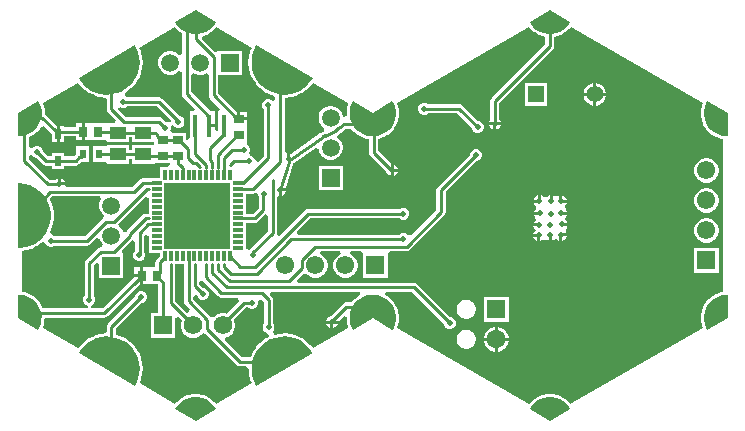
<source format=gbr>
G04*
G04 #@! TF.GenerationSoftware,Altium Limited,Altium Designer,25.8.1 (18)*
G04*
G04 Layer_Physical_Order=2*
G04 Layer_Color=16711680*
%FSLAX25Y25*%
%MOIN*%
G70*
G04*
G04 #@! TF.SameCoordinates,4BE62294-00A5-47EF-9B78-CB70749D35C4*
G04*
G04*
G04 #@! TF.FilePolarity,Positive*
G04*
G01*
G75*
%ADD13C,0.01000*%
G04:AMPARAMS|DCode=29|XSize=39.37mil|YSize=39.37mil|CornerRadius=19.68mil|HoleSize=0mil|Usage=FLASHONLY|Rotation=150.000|XOffset=0mil|YOffset=0mil|HoleType=Round|Shape=RoundedRectangle|*
%AMROUNDEDRECTD29*
21,1,0.03937,0.00000,0,0,150.0*
21,1,0.00000,0.03937,0,0,150.0*
1,1,0.03937,0.00000,0.00000*
1,1,0.03937,0.00000,0.00000*
1,1,0.03937,0.00000,0.00000*
1,1,0.03937,0.00000,0.00000*
%
%ADD29ROUNDEDRECTD29*%
G04:AMPARAMS|DCode=30|XSize=39.37mil|YSize=39.37mil|CornerRadius=19.68mil|HoleSize=0mil|Usage=FLASHONLY|Rotation=90.000|XOffset=0mil|YOffset=0mil|HoleType=Round|Shape=RoundedRectangle|*
%AMROUNDEDRECTD30*
21,1,0.03937,0.00000,0,0,90.0*
21,1,0.00000,0.03937,0,0,90.0*
1,1,0.03937,0.00000,0.00000*
1,1,0.03937,0.00000,0.00000*
1,1,0.03937,0.00000,0.00000*
1,1,0.03937,0.00000,0.00000*
%
%ADD30ROUNDEDRECTD30*%
G04:AMPARAMS|DCode=31|XSize=39.37mil|YSize=39.37mil|CornerRadius=19.68mil|HoleSize=0mil|Usage=FLASHONLY|Rotation=210.000|XOffset=0mil|YOffset=0mil|HoleType=Round|Shape=RoundedRectangle|*
%AMROUNDEDRECTD31*
21,1,0.03937,0.00000,0,0,210.0*
21,1,0.00000,0.03937,0,0,210.0*
1,1,0.03937,0.00000,0.00000*
1,1,0.03937,0.00000,0.00000*
1,1,0.03937,0.00000,0.00000*
1,1,0.03937,0.00000,0.00000*
%
%ADD31ROUNDEDRECTD31*%
%ADD40R,0.05984X0.05984*%
%ADD41C,0.05984*%
%ADD47R,0.05984X0.05984*%
%ADD48C,0.06181*%
%ADD49R,0.06181X0.06181*%
%ADD55C,0.06102*%
%ADD56R,0.06102X0.06102*%
%ADD57R,0.06102X0.06102*%
%ADD58C,0.05512*%
%ADD59R,0.05512X0.05512*%
%ADD60C,0.06299*%
%ADD61R,0.06299X0.06299*%
%ADD62C,0.01968*%
%ADD63R,0.01575X0.07480*%
%ADD64R,0.03504X0.02520*%
%ADD65R,0.03150X0.03740*%
%ADD66R,0.01968X0.03543*%
%ADD67R,0.22441X0.22441*%
%ADD68R,0.01181X0.03347*%
%ADD69R,0.03347X0.01181*%
%ADD70R,0.02362X0.03150*%
%ADD71R,0.05500X0.04300*%
G36*
X64870Y64496D02*
X64540Y63891D01*
X63676Y62818D01*
X62635Y61916D01*
X61451Y61214D01*
X60160Y60733D01*
X58804Y60490D01*
X57427Y60491D01*
X56072Y60738D01*
X54782Y61222D01*
X53599Y61927D01*
X52560Y62831D01*
X51699Y63906D01*
X51371Y64512D01*
X51371Y64512D01*
X58115Y68406D01*
X64870Y64496D01*
D02*
G37*
G36*
X-53240D02*
X-53570Y63891D01*
X-54434Y62818D01*
X-55475Y61916D01*
X-56659Y61214D01*
X-57950Y60733D01*
X-59306Y60490D01*
X-60683Y60491D01*
X-62038Y60738D01*
X-63328Y61222D01*
X-64511Y61927D01*
X-65550Y62831D01*
X-66411Y63906D01*
X-66739Y64512D01*
X-66739Y64512D01*
X-59995Y68406D01*
X-53240Y64496D01*
D02*
G37*
G36*
X-66346Y62194D02*
X-66275Y62135D01*
X-66219Y62062D01*
X-65181Y61158D01*
X-65101Y61112D01*
X-65033Y61051D01*
X-64514Y60742D01*
Y53903D01*
X-64614Y53830D01*
X-65514Y53556D01*
X-66041Y54083D01*
X-66952Y54609D01*
X-67967Y54880D01*
X-69018D01*
X-70033Y54609D01*
X-70944Y54083D01*
X-71687Y53340D01*
X-72212Y52429D01*
X-72484Y51414D01*
Y50363D01*
X-72212Y49347D01*
X-71687Y48437D01*
X-70944Y47694D01*
X-70033Y47168D01*
X-69018Y46896D01*
X-67967D01*
X-66952Y47168D01*
X-66041Y47694D01*
X-65514Y48221D01*
X-64614Y47946D01*
X-64514Y47874D01*
Y40515D01*
X-64398Y39930D01*
X-64066Y39434D01*
X-60262Y35629D01*
X-60645Y34706D01*
X-61899D01*
Y25680D01*
X-62848Y25103D01*
X-63207Y25337D01*
Y27479D01*
X-67817D01*
X-68007Y27664D01*
X-68402Y28479D01*
X-68227Y28902D01*
Y29692D01*
X-67378Y30113D01*
X-66819Y29555D01*
X-66090Y29253D01*
X-65301D01*
X-64571Y29555D01*
X-64013Y30113D01*
X-63711Y30842D01*
Y31632D01*
X-64013Y32361D01*
X-64571Y32919D01*
X-65290Y33217D01*
X-71069Y38995D01*
X-71565Y39327D01*
X-72150Y39443D01*
X-82837D01*
X-82984Y39590D01*
X-83477Y39795D01*
X-83656Y40586D01*
X-83633Y40859D01*
X-82858Y41307D01*
X-82796Y41360D01*
X-82724Y41399D01*
X-81385Y42486D01*
X-81333Y42549D01*
X-81268Y42598D01*
X-80118Y43883D01*
X-80077Y43954D01*
X-80020Y44012D01*
X-79088Y45464D01*
X-79058Y45540D01*
X-79012Y45606D01*
X-78321Y47187D01*
X-78304Y47267D01*
X-78268Y47340D01*
X-77837Y49010D01*
X-77832Y49091D01*
X-77809Y49169D01*
X-77647Y50887D01*
X-77655Y50968D01*
X-77644Y51049D01*
X-77756Y52770D01*
X-77777Y52849D01*
X-77779Y52930D01*
X-78162Y54612D01*
X-78195Y54686D01*
X-78210Y54766D01*
X-78700Y55984D01*
X-66851Y62824D01*
X-66346Y62194D01*
D02*
G37*
G36*
X-21016Y45906D02*
X-21434Y45152D01*
X-22498Y43794D01*
X-23764Y42621D01*
X-25198Y41664D01*
X-26767Y40946D01*
X-28429Y40485D01*
X-30143Y40293D01*
X-31866Y40374D01*
X-33554Y40727D01*
X-35166Y41343D01*
X-36659Y42206D01*
X-37997Y43294D01*
X-39147Y44581D01*
X-40078Y46033D01*
X-40767Y47614D01*
X-41198Y49284D01*
X-41359Y51001D01*
X-41246Y52723D01*
X-40863Y54404D01*
X-40218Y56004D01*
X-39773Y56743D01*
X-39773D01*
X-21016Y45906D01*
D02*
G37*
G36*
X-79800Y55986D02*
X-79156Y54386D01*
X-78773Y52704D01*
X-78662Y50983D01*
X-78824Y49265D01*
X-79256Y47595D01*
X-79946Y46015D01*
X-80878Y44563D01*
X-82028Y43277D01*
X-83367Y42190D01*
X-84861Y41328D01*
X-86473Y40713D01*
X-88161Y40361D01*
X-89885Y40281D01*
X-91599Y40474D01*
X-93261Y40936D01*
X-94828Y41655D01*
X-96263Y42614D01*
X-97527Y43787D01*
X-98590Y45145D01*
X-99007Y45900D01*
X-99007Y45900D01*
X-80244Y56725D01*
X-79800Y55986D01*
D02*
G37*
G36*
X-41321Y55995D02*
X-41808Y54786D01*
X-41824Y54705D01*
X-41857Y54631D01*
X-42241Y52949D01*
X-42243Y52868D01*
X-42264Y52789D01*
X-42377Y51068D01*
X-42366Y50987D01*
X-42374Y50906D01*
X-42213Y49189D01*
X-42190Y49111D01*
X-42185Y49029D01*
X-41755Y47359D01*
X-41719Y47286D01*
X-41702Y47206D01*
X-41012Y45625D01*
X-40966Y45558D01*
X-40936Y45482D01*
X-40005Y44030D01*
X-39948Y43971D01*
X-39907Y43901D01*
X-38758Y42615D01*
X-38693Y42566D01*
X-38641Y42503D01*
X-37303Y41415D01*
X-37231Y41377D01*
X-37169Y41323D01*
X-35676Y40460D01*
X-35599Y40434D01*
X-35530Y40390D01*
X-33918Y39775D01*
X-33838Y39761D01*
X-33763Y39729D01*
X-33379Y39649D01*
Y38492D01*
X-34379Y38145D01*
X-34692Y38458D01*
X-35422Y38760D01*
X-36211D01*
X-36941Y38458D01*
X-37499Y37900D01*
X-37801Y37171D01*
Y36381D01*
X-37499Y35652D01*
X-37346Y35499D01*
Y19904D01*
X-39279Y17971D01*
X-40279Y18385D01*
Y18471D01*
X-40581Y19200D01*
X-41139Y19759D01*
X-41712Y19996D01*
X-41961Y20331D01*
X-42209Y21061D01*
X-42012Y21537D01*
Y22326D01*
X-42314Y23055D01*
X-42757Y23498D01*
X-42894Y24442D01*
X-42894Y24442D01*
Y28962D01*
X-42894D01*
Y29954D01*
X-42894D01*
Y31714D01*
X-45646D01*
Y32214D01*
X-46146D01*
Y34473D01*
X-46235D01*
X-52471Y40709D01*
Y46896D01*
X-44500D01*
Y54880D01*
X-52485D01*
Y54811D01*
X-53484Y54396D01*
X-57797Y58709D01*
X-57784Y59216D01*
X-57490Y59816D01*
X-56303Y60258D01*
X-56226Y60307D01*
X-56139Y60337D01*
X-54954Y61040D01*
X-54886Y61101D01*
X-54807Y61146D01*
X-53766Y62048D01*
X-53710Y62120D01*
X-53640Y62179D01*
X-53129Y62813D01*
X-41321Y55995D01*
D02*
G37*
G36*
X-68133Y31734D02*
X-68168Y31475D01*
X-68583Y31251D01*
X-69237Y31041D01*
X-69816Y31281D01*
X-70000D01*
X-71100Y32381D01*
X-71596Y32713D01*
X-72181Y32829D01*
X-83327D01*
X-85994Y35497D01*
X-85977Y35557D01*
X-85839Y35682D01*
X-84800Y36047D01*
X-84503Y35924D01*
X-83713D01*
X-82984Y36226D01*
X-82826Y36384D01*
X-72783D01*
X-68133Y31734D01*
D02*
G37*
G36*
X-9027Y37351D02*
X-9318Y36598D01*
X-9334Y36508D01*
X-9368Y36424D01*
X-9629Y35071D01*
X-9629Y34979D01*
X-9647Y34890D01*
X-9663Y33555D01*
X-9670Y33503D01*
X-9886Y33181D01*
X-9926Y33141D01*
X-10558Y32707D01*
X-10905Y32773D01*
X-10984Y33004D01*
Y33082D01*
X-11256Y34097D01*
X-11782Y35007D01*
X-12525Y35751D01*
X-13435Y36276D01*
X-14451Y36548D01*
X-15502D01*
X-16517Y36276D01*
X-17428Y35751D01*
X-18171Y35007D01*
X-18696Y34097D01*
X-18969Y33082D01*
Y32030D01*
X-18696Y31015D01*
X-18171Y30105D01*
X-17428Y29362D01*
X-17251Y29260D01*
X-17290Y28128D01*
X-17621Y27966D01*
X-17747Y27869D01*
X-18322Y27562D01*
X-18416Y27485D01*
X-18469Y27461D01*
X-28220Y20517D01*
X-28484Y20627D01*
Y18686D01*
X-29484D01*
Y20748D01*
X-30321Y21363D01*
Y38355D01*
X-30029Y39279D01*
X-28315Y39472D01*
X-28238Y39496D01*
X-28156Y39502D01*
X-26494Y39963D01*
X-26421Y40000D01*
X-26342Y40019D01*
X-24774Y40737D01*
X-24708Y40785D01*
X-24633Y40816D01*
X-23198Y41773D01*
X-23140Y41831D01*
X-23070Y41874D01*
X-21805Y43046D01*
X-21757Y43112D01*
X-21696Y43165D01*
X-20886Y44198D01*
X-9027Y37351D01*
D02*
G37*
G36*
X-98330Y43159D02*
X-98268Y43105D01*
X-98221Y43039D01*
X-96956Y41866D01*
X-96887Y41824D01*
X-96829Y41766D01*
X-95395Y40808D01*
X-95319Y40777D01*
X-95253Y40729D01*
X-93686Y40009D01*
X-93606Y39991D01*
X-93534Y39954D01*
X-91872Y39492D01*
X-91790Y39486D01*
X-91713Y39461D01*
X-89999Y39268D01*
X-89679Y38358D01*
Y35489D01*
X-89563Y34904D01*
X-89231Y34408D01*
X-86548Y31724D01*
X-86930Y30800D01*
X-89650D01*
Y30800D01*
X-89865Y30870D01*
X-89865Y30870D01*
X-90621Y30870D01*
X-96861D01*
Y28000D01*
Y25130D01*
X-89865D01*
X-89650Y24500D01*
X-82150D01*
Y26121D01*
X-81150D01*
Y24500D01*
X-73711D01*
Y23500D01*
X-81150D01*
Y21879D01*
X-82150D01*
Y23500D01*
X-89650D01*
Y23500D01*
X-89963Y23075D01*
X-94325D01*
Y17925D01*
X-89963D01*
X-89650Y17200D01*
X-82150D01*
Y18821D01*
X-81150D01*
Y17200D01*
X-73650D01*
Y17447D01*
X-68550D01*
X-68449Y17256D01*
X-69050Y16256D01*
X-71817D01*
Y12417D01*
X-75656D01*
Y12356D01*
X-77687D01*
X-78272Y12240D01*
X-78768Y11908D01*
X-81243Y9434D01*
X-102744D01*
X-103408Y10076D01*
X-105501D01*
Y10576D01*
X-106001D01*
Y12516D01*
X-106625Y12258D01*
X-106905Y11977D01*
X-108673D01*
X-115500Y18804D01*
Y19769D01*
X-114807Y20030D01*
X-114500Y20058D01*
X-114005Y19564D01*
X-113276Y19262D01*
X-113060D01*
X-110863Y17065D01*
X-110366Y16733D01*
X-109781Y16617D01*
X-107698D01*
Y15374D01*
X-103729D01*
Y16617D01*
X-100010D01*
X-99425Y16733D01*
X-98928Y17065D01*
X-98068Y17925D01*
X-95475D01*
Y23075D01*
X-99837D01*
Y20482D01*
X-100643Y19676D01*
X-103729D01*
Y20918D01*
X-107698D01*
Y19676D01*
X-109148D01*
X-110897Y21425D01*
Y21641D01*
X-111199Y22370D01*
X-111758Y22929D01*
X-112487Y23231D01*
X-113276D01*
X-114005Y22929D01*
X-114500Y22434D01*
X-114807Y22462D01*
X-115500Y22724D01*
Y26125D01*
X-115476Y26139D01*
X-115389Y26167D01*
X-114187Y26839D01*
X-114117Y26899D01*
X-114036Y26942D01*
X-112973Y27817D01*
X-112915Y27888D01*
X-112843Y27945D01*
X-111952Y28995D01*
X-111907Y29075D01*
X-111847Y29144D01*
X-111622Y29533D01*
X-110371Y29696D01*
X-108066Y27391D01*
X-107698Y27145D01*
Y24430D01*
X-106213D01*
Y27201D01*
Y30002D01*
X-106352D01*
X-109951Y33601D01*
X-110327Y33853D01*
X-110339Y34890D01*
X-110358Y34979D01*
X-110358Y35071D01*
X-110619Y36423D01*
X-110653Y36508D01*
X-110669Y36598D01*
X-110962Y37357D01*
X-99134Y44186D01*
X-98330Y43159D01*
D02*
G37*
G36*
X-60033Y47168D02*
X-59018Y46896D01*
X-57967D01*
X-56951Y47168D01*
X-56530Y47412D01*
X-55530Y46843D01*
Y40076D01*
X-55413Y39490D01*
X-55082Y38994D01*
X-51717Y35629D01*
X-52100Y34706D01*
X-52451D01*
Y28152D01*
X-52600Y28053D01*
X-53600Y28587D01*
Y29465D01*
X-55388D01*
Y30465D01*
X-53600D01*
Y34706D01*
X-55012D01*
X-61455Y41148D01*
Y46843D01*
X-60455Y47412D01*
X-60033Y47168D01*
D02*
G37*
G36*
X-945Y34321D02*
X5621Y38103D01*
X5980Y37515D01*
X6477Y36230D01*
X6738Y34878D01*
X6754Y33501D01*
X6525Y32142D01*
X6058Y30847D01*
X5368Y29655D01*
X4477Y28604D01*
X3413Y27729D01*
X2211Y27057D01*
X908Y26610D01*
X-454Y26401D01*
X-945Y26414D01*
X-1436Y26401D01*
X-2798Y26610D01*
X-4101Y27057D01*
X-5303Y27729D01*
X-6367Y28604D01*
X-7258Y29655D01*
X-7948Y30847D01*
X-8415Y32142D01*
X-8644Y33501D01*
X-8628Y34878D01*
X-8367Y36230D01*
X-7870Y37515D01*
X-7511Y38103D01*
Y38103D01*
X-945Y34321D01*
D02*
G37*
G36*
X-112117Y37515D02*
X-111620Y36230D01*
X-111359Y34878D01*
X-111343Y33501D01*
X-111572Y32142D01*
X-112039Y30847D01*
X-112729Y29655D01*
X-113620Y28604D01*
X-114684Y27729D01*
X-115886Y27057D01*
X-117189Y26610D01*
X-118551Y26401D01*
X-119239Y26420D01*
X-119239Y26420D01*
Y34208D01*
X-112476Y38103D01*
X-112117Y37515D01*
D02*
G37*
G36*
X117367Y34199D02*
X117359Y26394D01*
X116670Y26377D01*
X115309Y26589D01*
X114008Y27040D01*
X112807Y27714D01*
X111745Y28592D01*
X110856Y29644D01*
X110169Y30838D01*
X109705Y32135D01*
X109479Y33493D01*
X109498Y34871D01*
X109762Y36222D01*
X110262Y37506D01*
X110623Y38093D01*
X110623D01*
X117367Y34199D01*
D02*
G37*
G36*
X51765Y62194D02*
X51835Y62135D01*
X51891Y62062D01*
X52929Y61158D01*
X53009Y61112D01*
X53077Y61051D01*
X54260Y60346D01*
X54346Y60315D01*
X54424Y60267D01*
X55714Y59783D01*
X55804Y59768D01*
X55889Y59735D01*
X56581Y59609D01*
Y57105D01*
X38683Y39208D01*
X38351Y38711D01*
X38235Y38126D01*
Y31931D01*
X38082Y31778D01*
X37824Y31154D01*
X41705D01*
X41446Y31778D01*
X41293Y31931D01*
Y37493D01*
X59191Y55391D01*
X59523Y55887D01*
X59639Y56472D01*
Y59604D01*
X60340Y59730D01*
X60425Y59763D01*
X60516Y59778D01*
X61807Y60258D01*
X61884Y60307D01*
X61971Y60337D01*
X63156Y61040D01*
X63224Y61101D01*
X63303Y61146D01*
X64344Y62048D01*
X64400Y62120D01*
X64470Y62179D01*
X64981Y62813D01*
X109103Y37339D01*
X108812Y36593D01*
X108796Y36503D01*
X108762Y36418D01*
X108498Y35066D01*
X108498Y34974D01*
X108479Y34885D01*
X108460Y33508D01*
X108476Y33418D01*
X108473Y33326D01*
X108699Y31967D01*
X108732Y31882D01*
X108745Y31791D01*
X109209Y30494D01*
X109256Y30416D01*
X109286Y30329D01*
X109973Y29135D01*
X110033Y29067D01*
X110078Y28986D01*
X110966Y27934D01*
X111038Y27877D01*
X111095Y27806D01*
X112157Y26928D01*
X112238Y26885D01*
X112307Y26825D01*
X113508Y26151D01*
X113595Y26122D01*
X113674Y26076D01*
X114976Y25626D01*
X115067Y25613D01*
X115153Y25582D01*
X115945Y25458D01*
Y-25482D01*
X115158Y-25602D01*
X115072Y-25633D01*
X114981Y-25646D01*
X113678Y-26093D01*
X113599Y-26139D01*
X113512Y-26167D01*
X112310Y-26839D01*
X112240Y-26899D01*
X112159Y-26942D01*
X111096Y-27817D01*
X111038Y-27888D01*
X110966Y-27945D01*
X110075Y-28995D01*
X110030Y-29075D01*
X109970Y-29144D01*
X109280Y-30336D01*
X109250Y-30423D01*
X109203Y-30501D01*
X108736Y-31797D01*
X108722Y-31887D01*
X108690Y-31973D01*
X108461Y-33331D01*
X108463Y-33423D01*
X108447Y-33512D01*
X108463Y-34890D01*
X108481Y-34979D01*
X108481Y-35071D01*
X108742Y-36424D01*
X108776Y-36508D01*
X108792Y-36598D01*
X109083Y-37351D01*
X64961Y-62824D01*
X64455Y-62194D01*
X64385Y-62135D01*
X64329Y-62062D01*
X63291Y-61158D01*
X63211Y-61112D01*
X63143Y-61051D01*
X61960Y-60346D01*
X61874Y-60315D01*
X61796Y-60267D01*
X60506Y-59783D01*
X60416Y-59768D01*
X60331Y-59735D01*
X58976Y-59488D01*
X58884Y-59490D01*
X58794Y-59472D01*
X57417Y-59470D01*
X57327Y-59488D01*
X57235Y-59486D01*
X55880Y-59730D01*
X55795Y-59763D01*
X55704Y-59778D01*
X54413Y-60258D01*
X54335Y-60307D01*
X54249Y-60337D01*
X53064Y-61040D01*
X52996Y-61101D01*
X52917Y-61146D01*
X51876Y-62048D01*
X51820Y-62120D01*
X51749Y-62179D01*
X51239Y-62813D01*
X7137Y-37351D01*
X7428Y-36598D01*
X7444Y-36508D01*
X7478Y-36424D01*
X7739Y-35071D01*
X7739Y-34979D01*
X7757Y-34890D01*
X7773Y-33512D01*
X7757Y-33423D01*
X7759Y-33331D01*
X7530Y-31973D01*
X7498Y-31887D01*
X7484Y-31797D01*
X7017Y-30501D01*
X6970Y-30423D01*
X6940Y-30336D01*
X6250Y-29144D01*
X6190Y-29075D01*
X6145Y-28995D01*
X5254Y-27945D01*
X5182Y-27888D01*
X5124Y-27817D01*
X4061Y-26942D01*
X3980Y-26899D01*
X3910Y-26839D01*
X3191Y-26437D01*
X3451Y-25437D01*
X12065D01*
X22746Y-36118D01*
Y-36334D01*
X23048Y-37063D01*
X23607Y-37622D01*
X24336Y-37924D01*
X25125D01*
X25855Y-37622D01*
X26413Y-37063D01*
X26715Y-36334D01*
Y-35545D01*
X26413Y-34815D01*
X25855Y-34257D01*
X25125Y-33955D01*
X24909D01*
X13780Y-22826D01*
X13284Y-22495D01*
X12699Y-22378D01*
X-25863D01*
X-26246Y-21454D01*
X-24176Y-19384D01*
X-22896Y-19518D01*
X-22525Y-19889D01*
X-21601Y-20422D01*
X-20571Y-20698D01*
X-19504D01*
X-18474Y-20422D01*
X-17550Y-19889D01*
X-16796Y-19134D01*
X-16263Y-18211D01*
X-15987Y-17180D01*
Y-16114D01*
X-16263Y-15083D01*
X-16796Y-14160D01*
X-17550Y-13405D01*
X-18474Y-12872D01*
X-18291Y-11886D01*
X-11785D01*
X-11602Y-12872D01*
X-12525Y-13405D01*
X-13280Y-14160D01*
X-13813Y-15083D01*
X-14089Y-16114D01*
Y-17180D01*
X-13813Y-18211D01*
X-13280Y-19134D01*
X-12525Y-19889D01*
X-11602Y-20422D01*
X-10571Y-20698D01*
X-9504D01*
X-8474Y-20422D01*
X-7550Y-19889D01*
X-6796Y-19134D01*
X-6263Y-18211D01*
X-5987Y-17180D01*
Y-16114D01*
X-6263Y-15083D01*
X-6796Y-14160D01*
X-7550Y-13405D01*
X-8474Y-12872D01*
X-8291Y-11886D01*
X-4789D01*
X-4089Y-12596D01*
X-4089Y-12886D01*
Y-20698D01*
X4013D01*
Y-12886D01*
X4013Y-12596D01*
X4713Y-11886D01*
X10310D01*
X10896Y-11769D01*
X11392Y-11438D01*
X22872Y43D01*
X23204Y539D01*
X23320Y1124D01*
Y7844D01*
X33635Y18159D01*
X33851D01*
X34581Y18461D01*
X35139Y19019D01*
X35441Y19748D01*
Y20538D01*
X35139Y21267D01*
X34581Y21825D01*
X33851Y22127D01*
X33062D01*
X32333Y21825D01*
X31775Y21267D01*
X31472Y20538D01*
Y20322D01*
X20709Y9559D01*
X20378Y9063D01*
X20261Y8477D01*
Y1758D01*
X11903Y-6601D01*
X10762Y-6547D01*
X10405Y-6190D01*
X9676Y-5888D01*
X8887D01*
X8157Y-6190D01*
X8005Y-6343D01*
X-25888D01*
X-26270Y-5419D01*
X-21751Y-900D01*
X8005D01*
X8157Y-1052D01*
X8887Y-1354D01*
X9676D01*
X10405Y-1052D01*
X10964Y-494D01*
X11266Y235D01*
Y1025D01*
X10964Y1754D01*
X10405Y2312D01*
X9676Y2614D01*
X8887D01*
X8157Y2312D01*
X8005Y2159D01*
X-22385D01*
X-22970Y2043D01*
X-23466Y1711D01*
X-32131Y-6954D01*
X-32908Y-6317D01*
X-32891Y-6292D01*
X-32775Y-5706D01*
Y6160D01*
X-32320Y6464D01*
Y8519D01*
X-31820D01*
Y9019D01*
X-29880D01*
X-29989Y9284D01*
X-27562Y17279D01*
X-27426Y17369D01*
X-27268Y17440D01*
X-19969Y22638D01*
X-18969Y22123D01*
Y22030D01*
X-18696Y21015D01*
X-18171Y20105D01*
X-17428Y19362D01*
X-16517Y18836D01*
X-15502Y18564D01*
X-14451D01*
X-13435Y18836D01*
X-12525Y19362D01*
X-11782Y20105D01*
X-11256Y21015D01*
X-10984Y22030D01*
Y23082D01*
X-11256Y24097D01*
X-11782Y25007D01*
X-12525Y25751D01*
X-12702Y25853D01*
X-12663Y26985D01*
X-12332Y27146D01*
X-12205Y27243D01*
X-11631Y27550D01*
X-10726Y28293D01*
X-10720Y28296D01*
X-10026Y28991D01*
X-8032D01*
X-7144Y27945D01*
X-7073Y27888D01*
X-7014Y27817D01*
X-5951Y26942D01*
X-5870Y26899D01*
X-5800Y26839D01*
X-4598Y26167D01*
X-4511Y26139D01*
X-4432Y26093D01*
X-3129Y25646D01*
X-3038Y25633D01*
X-2952Y25602D01*
X-2190Y25485D01*
Y20991D01*
X-2074Y20406D01*
X-1742Y19910D01*
X3493Y14674D01*
Y14644D01*
X3795Y13914D01*
X4354Y13356D01*
X4978Y13098D01*
Y15038D01*
Y17516D01*
X868Y21625D01*
Y25572D01*
X1062Y25602D01*
X1148Y25633D01*
X1239Y25646D01*
X2542Y26093D01*
X2621Y26139D01*
X2708Y26167D01*
X3910Y26839D01*
X3980Y26899D01*
X4061Y26942D01*
X5124Y27817D01*
X5182Y27888D01*
X5254Y27945D01*
X6145Y28995D01*
X6190Y29075D01*
X6250Y29144D01*
X6940Y30336D01*
X6970Y30422D01*
X7017Y30501D01*
X7484Y31797D01*
X7498Y31887D01*
X7530Y31973D01*
X7759Y33331D01*
X7757Y33422D01*
X7773Y33512D01*
X7757Y34890D01*
X7739Y34979D01*
X7739Y35071D01*
X7478Y36423D01*
X7444Y36508D01*
X7428Y36598D01*
X7137Y37351D01*
X51259Y62824D01*
X51765Y62194D01*
D02*
G37*
G36*
X-39447Y7471D02*
X-39050Y7187D01*
Y6929D01*
X-38894Y6555D01*
Y2623D01*
X-40973Y545D01*
X-43144D01*
Y3331D01*
Y7329D01*
X-40955D01*
X-40370Y7445D01*
X-40050Y7659D01*
X-39447Y7471D01*
D02*
G37*
G36*
X-75656Y5868D02*
Y5299D01*
Y577D01*
X-76655D01*
X-77240Y460D01*
X-77736Y129D01*
X-82988Y-5123D01*
X-83235Y-5493D01*
X-83742Y-5529D01*
X-84292Y-5412D01*
X-84352Y-5185D01*
X-84878Y-4275D01*
X-85621Y-3532D01*
X-85707Y-2877D01*
X-76580Y6251D01*
X-75656Y5868D01*
D02*
G37*
G36*
X-91469Y5375D02*
X-91793Y4815D01*
X-92065Y3799D01*
Y2748D01*
X-91793Y1733D01*
X-91267Y823D01*
X-90622Y178D01*
X-90581Y-217D01*
X-90725Y-959D01*
X-91015Y-1153D01*
X-96830Y-6968D01*
X-106910D01*
X-107062Y-6815D01*
X-107792Y-6513D01*
X-107966D01*
X-108575Y-5513D01*
X-108148Y-4687D01*
X-108125Y-4609D01*
X-108085Y-4538D01*
X-107546Y-2900D01*
X-107536Y-2819D01*
X-107508Y-2743D01*
X-107234Y-1039D01*
X-107237Y-958D01*
X-107221Y-878D01*
X-107221Y847D01*
X-107237Y927D01*
X-107234Y1008D01*
X-107506Y2711D01*
X-107534Y2788D01*
X-107544Y2869D01*
X-108082Y4507D01*
X-108123Y4578D01*
X-108145Y4657D01*
X-108613Y5563D01*
X-107801Y6375D01*
X-91937D01*
X-91469Y5375D01*
D02*
G37*
G36*
X-91919Y-7797D02*
X-91793Y-8267D01*
X-91267Y-9177D01*
X-90809Y-9635D01*
X-91213Y-10635D01*
X-91616D01*
X-92202Y-10752D01*
X-92698Y-11083D01*
X-96461Y-14846D01*
X-96793Y-15342D01*
X-96909Y-15928D01*
Y-26747D01*
X-97062Y-26900D01*
X-97364Y-27630D01*
Y-28419D01*
X-97062Y-29148D01*
X-96504Y-29706D01*
X-95774Y-30008D01*
X-95817Y-30991D01*
X-110909D01*
X-111086Y-30494D01*
X-111133Y-30416D01*
X-111163Y-30329D01*
X-111850Y-29135D01*
X-111910Y-29067D01*
X-111954Y-28986D01*
X-112843Y-27934D01*
X-112915Y-27877D01*
X-112972Y-27806D01*
X-114034Y-26928D01*
X-114115Y-26885D01*
X-114184Y-26825D01*
X-115385Y-26151D01*
X-115472Y-26122D01*
X-115551Y-26076D01*
X-116853Y-25626D01*
X-116944Y-25613D01*
X-117030Y-25582D01*
X-117834Y-25456D01*
Y-11807D01*
X-116561Y-11627D01*
X-116484Y-11600D01*
X-116403Y-11592D01*
X-114754Y-11083D01*
X-114683Y-11044D01*
X-114604Y-11023D01*
X-113057Y-10260D01*
X-112993Y-10211D01*
X-112918Y-10177D01*
X-111511Y-9179D01*
X-111455Y-9120D01*
X-111387Y-9075D01*
X-111171Y-8863D01*
X-110867Y-8872D01*
X-110056Y-9170D01*
X-109869Y-9622D01*
X-109310Y-10180D01*
X-108581Y-10482D01*
X-107792D01*
X-107062Y-10180D01*
X-106910Y-10027D01*
X-96197D01*
X-95612Y-9911D01*
X-95115Y-9579D01*
X-93028Y-7492D01*
X-91919Y-7797D01*
D02*
G37*
G36*
X-116697Y10592D02*
X-115049Y10082D01*
X-113502Y9318D01*
X-112096Y8319D01*
X-110866Y7111D01*
X-109842Y5722D01*
X-109051Y4189D01*
X-108513Y2550D01*
X-108240Y847D01*
X-108241Y-878D01*
X-108514Y-2581D01*
X-109054Y-4219D01*
X-109846Y-5752D01*
X-110870Y-7140D01*
X-112101Y-8348D01*
X-113508Y-9346D01*
X-115055Y-10109D01*
X-116703Y-10617D01*
X-118411Y-10859D01*
X-119274Y-10843D01*
Y-10843D01*
X-119267Y10819D01*
X-118405Y10835D01*
X-116697Y10592D01*
D02*
G37*
G36*
X-35834Y-56D02*
Y-5073D01*
X-42144Y-11383D01*
X-42577Y-11328D01*
X-42800Y-11232D01*
X-43144Y-11001D01*
Y-6512D01*
Y-2514D01*
X-40339D01*
X-39754Y-2397D01*
X-39258Y-2066D01*
X-36834Y358D01*
X-35834Y-56D01*
D02*
G37*
G36*
X-75656Y-6821D02*
Y-8480D01*
Y-12417D01*
X-71817D01*
Y-13426D01*
X-71981Y-13536D01*
X-72946Y-14501D01*
X-73277Y-14997D01*
X-73394Y-15582D01*
Y-17130D01*
X-77361D01*
Y-20000D01*
Y-22870D01*
X-72527D01*
X-72387Y-23010D01*
Y-32525D01*
X-74948D01*
Y-40706D01*
X-66767D01*
Y-34176D01*
X-65843Y-33793D01*
X-64644Y-34992D01*
X-64669Y-35037D01*
X-64948Y-36077D01*
Y-37154D01*
X-64669Y-38194D01*
X-64131Y-39127D01*
X-63369Y-39889D01*
X-62436Y-40427D01*
X-61396Y-40706D01*
X-60319D01*
X-59279Y-40427D01*
X-58346Y-39889D01*
X-57584Y-39127D01*
X-56639Y-39489D01*
X-46267Y-49861D01*
X-45770Y-50193D01*
X-45185Y-50309D01*
X-43032D01*
X-42356Y-51049D01*
X-42244Y-52770D01*
X-42223Y-52849D01*
X-42221Y-52930D01*
X-41838Y-54612D01*
X-41805Y-54686D01*
X-41790Y-54766D01*
X-41300Y-55984D01*
X-53149Y-62824D01*
X-53654Y-62194D01*
X-53725Y-62135D01*
X-53781Y-62062D01*
X-54819Y-61158D01*
X-54899Y-61112D01*
X-54967Y-61051D01*
X-56150Y-60346D01*
X-56236Y-60315D01*
X-56314Y-60267D01*
X-57604Y-59783D01*
X-57694Y-59768D01*
X-57779Y-59735D01*
X-59134Y-59488D01*
X-59226Y-59490D01*
X-59316Y-59472D01*
X-60693Y-59470D01*
X-60783Y-59488D01*
X-60874Y-59486D01*
X-62230Y-59730D01*
X-62315Y-59763D01*
X-62406Y-59778D01*
X-63697Y-60258D01*
X-63775Y-60307D01*
X-63861Y-60337D01*
X-65046Y-61040D01*
X-65114Y-61101D01*
X-65193Y-61146D01*
X-66234Y-62048D01*
X-66290Y-62120D01*
X-66361Y-62179D01*
X-66871Y-62813D01*
X-78679Y-55995D01*
X-78192Y-54786D01*
X-78176Y-54706D01*
X-78143Y-54631D01*
X-77759Y-52949D01*
X-77757Y-52868D01*
X-77736Y-52789D01*
X-77623Y-51068D01*
X-77634Y-50987D01*
X-77626Y-50906D01*
X-77787Y-49189D01*
X-77810Y-49111D01*
X-77815Y-49029D01*
X-78245Y-47359D01*
X-78281Y-47286D01*
X-78298Y-47206D01*
X-78988Y-45625D01*
X-79034Y-45558D01*
X-79064Y-45482D01*
X-79995Y-44030D01*
X-80052Y-43971D01*
X-80093Y-43901D01*
X-81242Y-42615D01*
X-81307Y-42566D01*
X-81359Y-42503D01*
X-82697Y-41415D01*
X-82769Y-41377D01*
X-82831Y-41323D01*
X-84324Y-40460D01*
X-84401Y-40434D01*
X-84470Y-40390D01*
X-86082Y-39775D01*
X-86162Y-39761D01*
X-86237Y-39729D01*
X-86621Y-39649D01*
Y-37726D01*
X-78046Y-29151D01*
X-77711D01*
X-76982Y-28849D01*
X-76424Y-28291D01*
X-76122Y-27562D01*
Y-26772D01*
X-76424Y-26043D01*
X-76982Y-25485D01*
X-77711Y-25183D01*
X-78501D01*
X-79230Y-25485D01*
X-79788Y-26043D01*
X-80090Y-26772D01*
Y-26870D01*
X-89231Y-36011D01*
X-89563Y-36507D01*
X-89679Y-37093D01*
Y-38355D01*
X-89971Y-39279D01*
X-91685Y-39472D01*
X-91763Y-39496D01*
X-91844Y-39502D01*
X-93506Y-39963D01*
X-93579Y-40000D01*
X-93658Y-40019D01*
X-95226Y-40737D01*
X-95292Y-40785D01*
X-95368Y-40816D01*
X-96802Y-41773D01*
X-96860Y-41831D01*
X-96930Y-41874D01*
X-98195Y-43046D01*
X-98243Y-43112D01*
X-98304Y-43165D01*
X-99114Y-44198D01*
X-110983Y-37345D01*
X-110689Y-36593D01*
X-110673Y-36503D01*
X-110638Y-36418D01*
X-110375Y-35066D01*
X-110375Y-35037D01*
X-110196Y-34049D01*
X-90381D01*
X-89795Y-33933D01*
X-89299Y-33601D01*
X-78568Y-22870D01*
X-78361D01*
Y-20500D01*
X-80524D01*
X-91014Y-30991D01*
X-94942D01*
X-94985Y-30008D01*
X-94256Y-29706D01*
X-93697Y-29148D01*
X-93395Y-28419D01*
Y-27630D01*
X-93697Y-26900D01*
X-93850Y-26747D01*
Y-16561D01*
X-92989Y-15699D01*
X-92065Y-16082D01*
Y-20718D01*
X-84080D01*
Y-12734D01*
X-84258D01*
X-84641Y-11810D01*
X-81147Y-8317D01*
X-80147Y-8731D01*
Y-11849D01*
X-80424Y-12126D01*
X-80726Y-12855D01*
Y-13645D01*
X-80424Y-14374D01*
X-79866Y-14932D01*
X-79136Y-15234D01*
X-78347D01*
X-77618Y-14932D01*
X-77060Y-14374D01*
X-76758Y-13645D01*
Y-12855D01*
X-77060Y-12126D01*
X-77088Y-12097D01*
Y-6667D01*
X-76656Y-6331D01*
X-75656Y-6821D01*
D02*
G37*
G36*
X908Y-26610D02*
X2211Y-27057D01*
X3413Y-27729D01*
X4477Y-28604D01*
X5368Y-29655D01*
X6058Y-30847D01*
X6525Y-32142D01*
X6754Y-33501D01*
X6738Y-34878D01*
X6477Y-36230D01*
X5980Y-37515D01*
X5621Y-38103D01*
X-945Y-34321D01*
X-7511Y-38103D01*
X-7870Y-37515D01*
X-8367Y-36230D01*
X-8628Y-34878D01*
X-8644Y-33501D01*
X-8415Y-32142D01*
X-7948Y-30847D01*
X-7258Y-29655D01*
X-6367Y-28604D01*
X-5303Y-27729D01*
X-4101Y-27057D01*
X-2798Y-26610D01*
X-1436Y-26401D01*
X-945Y-26414D01*
X-454Y-26401D01*
X908Y-26610D01*
D02*
G37*
G36*
X-57718Y-21733D02*
X-52463Y-26989D01*
X-51966Y-27321D01*
X-51381Y-27437D01*
X-45846D01*
X-45432Y-28437D01*
X-49689Y-32694D01*
X-50319Y-32525D01*
X-51396D01*
X-52437Y-32804D01*
X-53369Y-33342D01*
X-53908Y-33881D01*
X-54055Y-33920D01*
X-54784Y-33878D01*
X-55093Y-33771D01*
X-55186Y-33633D01*
X-60823Y-27995D01*
Y-27242D01*
X-59823Y-26495D01*
X-59567Y-26570D01*
X-59264Y-27299D01*
X-58706Y-27858D01*
X-57977Y-28160D01*
X-57188D01*
X-56458Y-27858D01*
X-55900Y-27299D01*
X-55598Y-26570D01*
Y-25781D01*
X-55900Y-25051D01*
X-56458Y-24493D01*
X-57188Y-24191D01*
X-57404D01*
X-58783Y-22812D01*
X-58688Y-21966D01*
X-57757Y-21676D01*
X-57718Y-21733D01*
D02*
G37*
G36*
X-37219Y-28771D02*
Y-35977D01*
X-37372Y-36130D01*
X-37674Y-36859D01*
Y-37648D01*
X-37372Y-38378D01*
X-36814Y-38936D01*
X-36152Y-39210D01*
X-36069Y-39266D01*
X-35546Y-40238D01*
X-35648Y-40445D01*
X-37143Y-41307D01*
X-37204Y-41360D01*
X-37276Y-41399D01*
X-38615Y-42486D01*
X-38667Y-42549D01*
X-38732Y-42598D01*
X-39882Y-43883D01*
X-39923Y-43954D01*
X-39980Y-44012D01*
X-40912Y-45464D01*
X-40942Y-45540D01*
X-40988Y-45606D01*
X-41679Y-47187D01*
X-41693Y-47251D01*
X-44552D01*
X-50141Y-41661D01*
X-49817Y-40571D01*
X-49279Y-40427D01*
X-48346Y-39889D01*
X-47584Y-39127D01*
X-47046Y-38194D01*
X-46767Y-37154D01*
Y-36077D01*
X-47046Y-35037D01*
X-47287Y-34618D01*
X-43247Y-30578D01*
X-42502D01*
X-42349Y-30731D01*
X-41620Y-31033D01*
X-40830D01*
X-40101Y-30731D01*
X-39543Y-30173D01*
X-39241Y-29443D01*
Y-28654D01*
X-38382Y-28113D01*
X-37931Y-28059D01*
X-37219Y-28771D01*
D02*
G37*
G36*
X-63882Y-28628D02*
X-63766Y-29214D01*
X-63434Y-29710D01*
X-61928Y-31216D01*
X-62230Y-32298D01*
X-62848Y-32462D01*
X-66729Y-28581D01*
Y-16256D01*
X-63882D01*
Y-28628D01*
D02*
G37*
G36*
X-117186Y-26589D02*
X-115885Y-27040D01*
X-114684Y-27714D01*
X-113622Y-28592D01*
X-112733Y-29644D01*
X-112046Y-30838D01*
X-111582Y-32135D01*
X-111356Y-33493D01*
X-111375Y-34871D01*
X-111639Y-36222D01*
X-112139Y-37506D01*
X-112499Y-38093D01*
Y-38093D01*
X-119244Y-34199D01*
X-119236Y-26394D01*
X-118547Y-26377D01*
X-117186Y-26589D01*
D02*
G37*
G36*
X117362Y-26420D02*
X117362D01*
Y-34208D01*
X110599Y-38103D01*
X110240Y-37515D01*
X109743Y-36230D01*
X109482Y-34878D01*
X109466Y-33501D01*
X109695Y-32142D01*
X110162Y-30847D01*
X110852Y-29655D01*
X111743Y-28604D01*
X112807Y-27729D01*
X114009Y-27057D01*
X115312Y-26610D01*
X116674Y-26401D01*
X117362Y-26420D01*
D02*
G37*
G36*
X5621Y-38103D02*
X5621D01*
D01*
X5621D01*
D02*
G37*
G36*
X-5081Y-26437D02*
X-5800Y-26839D01*
X-5870Y-26899D01*
X-5951Y-26942D01*
X-7014Y-27817D01*
X-7073Y-27888D01*
X-7144Y-27945D01*
X-8032Y-28991D01*
X-9803D01*
X-10388Y-29107D01*
X-10884Y-29439D01*
X-14966Y-33520D01*
X-14980D01*
X-15709Y-33823D01*
X-16267Y-34381D01*
X-16526Y-35005D01*
X-12124D01*
X-10663Y-33544D01*
X-9658Y-33953D01*
X-9647Y-34890D01*
X-9629Y-34979D01*
X-9629Y-35071D01*
X-9368Y-36424D01*
X-9334Y-36508D01*
X-9318Y-36598D01*
X-9027Y-37351D01*
X-20866Y-44186D01*
X-21670Y-43159D01*
X-21732Y-43105D01*
X-21779Y-43039D01*
X-23044Y-41866D01*
X-23113Y-41824D01*
X-23171Y-41766D01*
X-24605Y-40808D01*
X-24681Y-40777D01*
X-24747Y-40729D01*
X-26314Y-40009D01*
X-26394Y-39991D01*
X-26466Y-39954D01*
X-28128Y-39492D01*
X-28209Y-39486D01*
X-28287Y-39461D01*
X-30001Y-39268D01*
X-30082Y-39274D01*
X-30163Y-39262D01*
X-31886Y-39343D01*
X-31965Y-39362D01*
X-32047Y-39363D01*
X-33735Y-39715D01*
X-33951Y-39681D01*
X-34252Y-38622D01*
X-34008Y-38378D01*
X-33705Y-37648D01*
Y-36859D01*
X-34008Y-36130D01*
X-34160Y-35977D01*
Y-28137D01*
X-34277Y-27552D01*
X-34608Y-27056D01*
X-35303Y-26361D01*
X-34920Y-25437D01*
X-5341D01*
X-5081Y-26437D01*
D02*
G37*
G36*
X-28401Y-40474D02*
X-26739Y-40936D01*
X-25172Y-41655D01*
X-23737Y-42614D01*
X-22473Y-43787D01*
X-21410Y-45145D01*
X-20992Y-45900D01*
X-39756Y-56725D01*
X-40200Y-55986D01*
X-40844Y-54386D01*
X-41227Y-52704D01*
X-41338Y-50983D01*
X-41176Y-49265D01*
X-40745Y-47595D01*
X-40054Y-46015D01*
X-39122Y-44563D01*
X-37972Y-43277D01*
X-36633Y-42190D01*
X-35139Y-41328D01*
X-33527Y-40713D01*
X-31839Y-40361D01*
X-30116Y-40281D01*
X-28401Y-40474D01*
D02*
G37*
G36*
X-88134Y-40374D02*
X-86446Y-40727D01*
X-84834Y-41343D01*
X-83341Y-42206D01*
X-82003Y-43294D01*
X-80853Y-44581D01*
X-79922Y-46033D01*
X-79233Y-47614D01*
X-78802Y-49284D01*
X-78641Y-51001D01*
X-78754Y-52723D01*
X-79137Y-54404D01*
X-79782Y-56004D01*
X-80227Y-56743D01*
Y-56743D01*
X-98984Y-45906D01*
X-98566Y-45152D01*
X-97502Y-43794D01*
X-96236Y-42621D01*
X-94802Y-41664D01*
X-93233Y-40946D01*
X-91571Y-40485D01*
X-89857Y-40293D01*
X-88134Y-40374D01*
D02*
G37*
G36*
X58793Y-60492D02*
X60148Y-60738D01*
X61438Y-61222D01*
X62621Y-61927D01*
X63660Y-62831D01*
X64521Y-63906D01*
X64850Y-64512D01*
X64850D01*
X58105Y-68406D01*
X51350Y-64496D01*
X51680Y-63891D01*
X52544Y-62818D01*
X53584Y-61917D01*
X54769Y-61214D01*
X56060Y-60733D01*
X57416Y-60490D01*
X58793Y-60492D01*
D02*
G37*
G36*
X-59317D02*
X-57962Y-60738D01*
X-56672Y-61222D01*
X-55489Y-61927D01*
X-54450Y-62831D01*
X-53589Y-63906D01*
X-53260Y-64512D01*
X-53260D01*
X-60005Y-68406D01*
X-66760Y-64496D01*
X-66430Y-63891D01*
X-65566Y-62818D01*
X-64526Y-61917D01*
X-63341Y-61214D01*
X-62050Y-60733D01*
X-60694Y-60490D01*
X-59317Y-60492D01*
D02*
G37*
%LPC*%
G36*
X-42894Y34473D02*
X-45146D01*
Y32713D01*
X-42894D01*
Y34473D01*
D02*
G37*
G36*
X-97861Y30870D02*
X-99935D01*
Y29529D01*
X-103729D01*
Y29973D01*
X-105213D01*
Y27201D01*
Y24430D01*
X-103729D01*
Y26471D01*
X-99935D01*
Y25130D01*
X-97861D01*
Y28000D01*
Y30870D01*
D02*
G37*
G36*
X-105001Y12516D02*
Y11076D01*
X-103560D01*
X-103819Y11700D01*
X-104377Y12258D01*
X-105001Y12516D01*
D02*
G37*
G36*
X73618Y44152D02*
Y40897D01*
X76872D01*
X76618Y41847D01*
X76123Y42704D01*
X75424Y43403D01*
X74568Y43897D01*
X73618Y44152D01*
D02*
G37*
G36*
X72618D02*
X71668Y43897D01*
X70812Y43403D01*
X70112Y42704D01*
X69618Y41847D01*
X69363Y40897D01*
X72618D01*
Y44152D01*
D02*
G37*
G36*
X76872Y39897D02*
X73618D01*
Y36643D01*
X74568Y36897D01*
X75424Y37392D01*
X76123Y38091D01*
X76618Y38948D01*
X76872Y39897D01*
D02*
G37*
G36*
X72618D02*
X69363D01*
X69618Y38948D01*
X70112Y38091D01*
X70812Y37392D01*
X71668Y36897D01*
X72618Y36643D01*
Y39897D01*
D02*
G37*
G36*
X57189Y44153D02*
X49677D01*
Y36641D01*
X57189D01*
Y44153D01*
D02*
G37*
G36*
X41705Y30154D02*
X40264D01*
Y28713D01*
X40888Y28972D01*
X41446Y29530D01*
X41705Y30154D01*
D02*
G37*
G36*
X39264D02*
X37824D01*
X38082Y29530D01*
X38640Y28972D01*
X39264Y28713D01*
Y30154D01*
D02*
G37*
G36*
X16686Y37592D02*
X15897D01*
X15167Y37290D01*
X14609Y36731D01*
X14307Y36002D01*
Y35213D01*
X14609Y34483D01*
X15167Y33925D01*
X15897Y33623D01*
X16686D01*
X17415Y33925D01*
X17568Y34078D01*
X27160D01*
X32014Y29224D01*
Y29008D01*
X32316Y28278D01*
X32875Y27720D01*
X33604Y27418D01*
X34393D01*
X35122Y27720D01*
X35681Y28278D01*
X35983Y29008D01*
Y29797D01*
X35681Y30526D01*
X35122Y31084D01*
X34393Y31387D01*
X34177D01*
X28875Y36689D01*
X28379Y37020D01*
X27793Y37137D01*
X17568D01*
X17415Y37290D01*
X16686Y37592D01*
D02*
G37*
G36*
X5977Y16979D02*
Y15538D01*
X7418D01*
X7160Y16162D01*
X6601Y16721D01*
X5977Y16979D01*
D02*
G37*
G36*
X7418Y14538D02*
X5977D01*
Y13098D01*
X6601Y13356D01*
X7160Y13914D01*
X7418Y14538D01*
D02*
G37*
G36*
X110807Y19081D02*
X109740D01*
X108710Y18805D01*
X107786Y18272D01*
X107032Y17518D01*
X106498Y16594D01*
X106222Y15563D01*
Y14497D01*
X106498Y13466D01*
X107032Y12543D01*
X107786Y11788D01*
X108710Y11255D01*
X109740Y10979D01*
X110807D01*
X111837Y11255D01*
X112761Y11788D01*
X113515Y12543D01*
X114048Y13466D01*
X114324Y14497D01*
Y15563D01*
X114048Y16594D01*
X113515Y17518D01*
X112761Y18272D01*
X111837Y18805D01*
X110807Y19081D01*
D02*
G37*
G36*
X-10984Y16548D02*
X-18969D01*
Y8564D01*
X-10984D01*
Y16548D01*
D02*
G37*
G36*
X-29880Y8019D02*
X-31320D01*
Y6578D01*
X-30696Y6837D01*
X-30138Y7395D01*
X-29880Y8019D01*
D02*
G37*
G36*
X54140Y6742D02*
X53516Y6484D01*
X52958Y5926D01*
X52699Y5302D01*
X54140D01*
Y6742D01*
D02*
G37*
G36*
X62289Y6623D02*
Y5183D01*
X63729D01*
X63471Y5807D01*
X62913Y6365D01*
X62289Y6623D01*
D02*
G37*
G36*
X59012Y6742D02*
Y4802D01*
X58012D01*
Y6742D01*
X57388Y6484D01*
X57229Y6325D01*
X56576Y6038D01*
X55923Y6325D01*
X55764Y6484D01*
X55140Y6742D01*
Y4802D01*
X54640D01*
Y4302D01*
X52699D01*
X52958Y3678D01*
X53331Y3305D01*
X53492Y2893D01*
X53405Y2083D01*
X53137Y1815D01*
X52878Y1192D01*
X54819D01*
Y192D01*
X52878D01*
X53137Y-433D01*
X53175Y-471D01*
X53403Y-1380D01*
X53135Y-1737D01*
X52862Y-2009D01*
X52604Y-2633D01*
X54544D01*
Y-3633D01*
X52604D01*
X52862Y-4257D01*
X53329Y-4910D01*
X52781Y-5482D01*
X52522Y-6106D01*
X54463D01*
Y-6605D01*
X54963D01*
Y-8546D01*
X55587Y-8288D01*
X55832Y-8043D01*
X56221Y-7752D01*
X57109Y-8014D01*
X57138Y-8043D01*
X57762Y-8301D01*
Y-6360D01*
X58762D01*
Y-8301D01*
X59386Y-8043D01*
X60039Y-7576D01*
X60610Y-8124D01*
X61234Y-8383D01*
Y-6442D01*
X61734D01*
Y-5942D01*
X63675D01*
X63524Y-5577D01*
X63417Y-5316D01*
X63654Y-4142D01*
X63702Y-4094D01*
X63961Y-3470D01*
X62020D01*
Y-2470D01*
X63961D01*
X63702Y-1846D01*
X63533Y-1677D01*
X63179Y-1206D01*
X63530Y-373D01*
X63789Y251D01*
X61848D01*
Y1251D01*
X63789D01*
X63530Y1875D01*
X63312Y2093D01*
X63055Y2677D01*
X63294Y3382D01*
X63471Y3559D01*
X63729Y4183D01*
X61789D01*
Y4683D01*
X61289D01*
Y6623D01*
X60665Y6365D01*
X59636Y6484D01*
X59012Y6742D01*
D02*
G37*
G36*
X110807Y9081D02*
X109740D01*
X108710Y8805D01*
X107786Y8272D01*
X107032Y7518D01*
X106498Y6594D01*
X106222Y5564D01*
Y4497D01*
X106498Y3466D01*
X107032Y2543D01*
X107786Y1788D01*
X108710Y1255D01*
X109740Y979D01*
X110807D01*
X111837Y1255D01*
X112761Y1788D01*
X113515Y2543D01*
X114048Y3466D01*
X114324Y4497D01*
Y5564D01*
X114048Y6594D01*
X113515Y7518D01*
X112761Y8272D01*
X111837Y8805D01*
X110807Y9081D01*
D02*
G37*
G36*
X63675Y-6942D02*
X62234D01*
Y-8383D01*
X62858Y-8124D01*
X63416Y-7566D01*
X63675Y-6942D01*
D02*
G37*
G36*
X53963Y-7106D02*
X52522D01*
X52781Y-7729D01*
X53339Y-8288D01*
X53963Y-8546D01*
Y-7106D01*
D02*
G37*
G36*
X110807Y-919D02*
X109740D01*
X108710Y-1195D01*
X107786Y-1728D01*
X107032Y-2482D01*
X106498Y-3406D01*
X106222Y-4436D01*
Y-5503D01*
X106498Y-6534D01*
X107032Y-7457D01*
X107786Y-8212D01*
X108710Y-8745D01*
X109740Y-9021D01*
X110807D01*
X111837Y-8745D01*
X112761Y-8212D01*
X113515Y-7457D01*
X114048Y-6534D01*
X114324Y-5503D01*
Y-4436D01*
X114048Y-3406D01*
X113515Y-2482D01*
X112761Y-1728D01*
X111837Y-1195D01*
X110807Y-919D01*
D02*
G37*
G36*
X114324Y-10919D02*
X106222D01*
Y-19021D01*
X114324D01*
Y-10919D01*
D02*
G37*
G36*
X30642Y-28074D02*
X29808D01*
X29003Y-28290D01*
X28281Y-28707D01*
X27692Y-29296D01*
X27275Y-30018D01*
X27060Y-30823D01*
Y-31657D01*
X27275Y-32462D01*
X27692Y-33184D01*
X28281Y-33773D01*
X29003Y-34190D01*
X29808Y-34405D01*
X30642D01*
X31447Y-34190D01*
X32168Y-33773D01*
X32758Y-33184D01*
X33174Y-32462D01*
X33390Y-31657D01*
Y-30823D01*
X33174Y-30018D01*
X32758Y-29296D01*
X32168Y-28707D01*
X31447Y-28290D01*
X30642Y-28074D01*
D02*
G37*
G36*
X44374Y-27090D02*
X36075D01*
Y-35390D01*
X44374D01*
Y-27090D01*
D02*
G37*
G36*
X40771Y-37090D02*
X40725D01*
Y-40740D01*
X44374D01*
Y-40694D01*
X44092Y-39638D01*
X43545Y-38692D01*
X42773Y-37919D01*
X41827Y-37373D01*
X40771Y-37090D01*
D02*
G37*
G36*
X39725D02*
X39679D01*
X38623Y-37373D01*
X37677Y-37919D01*
X36904Y-38692D01*
X36358Y-39638D01*
X36075Y-40694D01*
Y-40740D01*
X39725D01*
Y-37090D01*
D02*
G37*
G36*
X30642Y-38074D02*
X29808D01*
X29003Y-38290D01*
X28281Y-38707D01*
X27692Y-39296D01*
X27275Y-40018D01*
X27060Y-40823D01*
Y-41657D01*
X27275Y-42462D01*
X27692Y-43183D01*
X28281Y-43773D01*
X29003Y-44190D01*
X29808Y-44405D01*
X30642D01*
X31447Y-44190D01*
X32168Y-43773D01*
X32758Y-43183D01*
X33174Y-42462D01*
X33390Y-41657D01*
Y-40823D01*
X33174Y-40018D01*
X32758Y-39296D01*
X32168Y-38707D01*
X31447Y-38290D01*
X30642Y-38074D01*
D02*
G37*
G36*
X44374Y-41740D02*
X40725D01*
Y-45390D01*
X40771D01*
X41827Y-45107D01*
X42773Y-44560D01*
X43545Y-43788D01*
X44092Y-42842D01*
X44374Y-41786D01*
Y-41740D01*
D02*
G37*
G36*
X39725D02*
X36075D01*
Y-41786D01*
X36358Y-42842D01*
X36904Y-43788D01*
X37677Y-44560D01*
X38623Y-45107D01*
X39679Y-45390D01*
X39725D01*
Y-41740D01*
D02*
G37*
G36*
X-78361Y-17130D02*
X-80435D01*
Y-19500D01*
X-78361D01*
Y-17130D01*
D02*
G37*
G36*
X-12645Y-36005D02*
X-14085D01*
Y-37445D01*
X-13461Y-37187D01*
X-12903Y-36629D01*
X-12645Y-36005D01*
D02*
G37*
G36*
X-15085D02*
X-16526D01*
X-16267Y-36629D01*
X-15709Y-37187D01*
X-15085Y-37445D01*
Y-36005D01*
D02*
G37*
%LPD*%
D13*
X-13004Y28520D02*
G03*
X-11802Y29378I-1973J4036D01*
G01*
X-16949Y26592D02*
G03*
X-17582Y26215I1973J-4036D01*
G01*
X-83961Y31300D02*
X-72181D01*
X-70097Y29216D01*
X-88150Y35489D02*
X-83961Y31300D01*
X-88150Y35489D02*
Y48780D01*
X-72150Y37914D02*
X-65524Y31288D01*
X-84188Y37914D02*
X-72150D01*
X-48479Y16756D02*
X-47222Y18013D01*
X-42126D01*
X-43954Y21944D02*
X-43832Y21822D01*
X-47855Y21944D02*
X-43954D01*
X-50479Y19320D02*
X-47855Y21944D01*
X-50479Y15202D02*
Y19320D01*
X-50664Y15017D02*
X-50479Y15202D01*
X-50664Y13705D02*
Y15017D01*
Y13705D02*
X-50542Y13583D01*
X-62985Y62055D02*
X-60000Y65039D01*
X-62985Y40515D02*
Y62055D01*
Y40515D02*
X-55388Y32918D01*
Y29965D02*
Y32918D01*
X-54000Y40076D02*
Y52749D01*
Y40076D02*
X-46138Y32214D01*
X-45646D01*
X-52510Y15999D02*
X-52479Y16031D01*
Y18559D01*
X-52596Y18676D02*
X-52479Y18559D01*
X-52596Y18676D02*
Y20244D01*
X-46138Y26702D01*
X-45646D01*
X-54510Y15999D02*
Y16828D01*
X-54479Y16859D02*
Y17730D01*
X-54510Y16828D02*
X-54479Y16859D01*
X-55203Y18455D02*
X-54479Y17730D01*
X-56510Y15999D02*
Y16934D01*
X-60124Y20547D02*
X-56510Y16934D01*
X-55203Y18455D02*
Y22473D01*
X-50664Y27013D01*
Y29965D01*
X-60124Y29953D02*
X-60112Y29965D01*
X-60124Y20547D02*
Y29953D01*
X58110Y56472D02*
Y65039D01*
X39764Y38126D02*
X58110Y56472D01*
X39764Y30654D02*
Y38126D01*
X-661Y20991D02*
Y30520D01*
X-10660D02*
X-661D01*
X-11802Y29378D02*
X-10660Y30520D01*
X-16949Y26592D02*
X-13004Y28520D01*
X-28156Y18686D02*
X-17582Y26215D01*
X-28984Y18686D02*
X-28156Y18686D01*
X-28984Y17858D02*
Y18686D01*
X-661Y20991D02*
X5292Y15038D01*
X-9803Y-30520D02*
X-661D01*
X-14585Y-35303D02*
X-9803Y-30520D01*
X-60000Y58749D02*
X-54000Y52749D01*
X-60000Y58749D02*
Y65039D01*
X-116326Y32520D02*
X-111032D01*
X-116888Y31958D02*
X-116326Y32520D01*
X-111032D02*
X-106985Y28473D01*
X-116888Y30607D02*
Y31958D01*
X-117029Y30466D02*
X-116888Y30607D01*
X-117029Y18170D02*
Y30466D01*
X-105229Y28000D02*
X-97361D01*
X-105713Y27516D02*
X-105229Y28000D01*
X-105713Y27201D02*
Y27989D01*
X-106198Y28473D02*
X-105713Y27989D01*
X-106985Y28473D02*
X-106198D01*
X-31820Y8519D02*
X-28984Y17858D01*
X-78935Y-21370D02*
X-77861Y-20295D01*
X-109307Y10448D02*
X-105629D01*
X-117029Y18170D02*
X-109307Y10448D01*
X-105629D02*
X-105501Y10576D01*
X-77861Y-20295D02*
Y-20000D01*
X-79231Y-21370D02*
X-78935D01*
X-90381Y-32520D02*
X-79231Y-21370D01*
X-116326Y-32520D02*
X-90381D01*
X-44138Y10949D02*
X-35816Y19270D01*
Y36776D01*
X-31850Y17963D02*
Y48780D01*
X-40955Y8858D02*
X-31850Y17963D01*
X-34304Y-5706D02*
Y11816D01*
X-45817Y8858D02*
X-40955D01*
X-37365Y6964D02*
X-37035Y7294D01*
X-37365Y1990D02*
Y6964D01*
X-40339Y-984D02*
X-37365Y1990D01*
X-45817Y-984D02*
X-40339D01*
X-41154Y-12556D02*
X-34304Y-5706D01*
X-76167Y8827D02*
X-75399D01*
X-87228Y-2234D02*
X-76167Y8827D01*
X-89933Y-2234D02*
X-87228D01*
X-96197Y-8498D02*
X-89933Y-2234D01*
X-108186Y-8498D02*
X-96197D01*
X-80609Y7905D02*
X-77687Y10827D01*
X-72983D01*
X-108434Y7905D02*
X-80609D01*
X-116339Y0D02*
X-108434Y7905D01*
X-112820Y21184D02*
X-109781Y18146D01*
X-105713D01*
X-50542Y-15999D02*
X-50447Y-16094D01*
Y-17198D02*
Y-16094D01*
X-54572Y-17626D02*
Y-16031D01*
X-52447Y-18027D02*
Y-16922D01*
X-52542Y-16828D02*
X-52447Y-16922D01*
X-52542Y-16828D02*
Y-15999D01*
X-54447Y-19047D02*
Y-17751D01*
X-54572Y-17626D02*
X-54447Y-17751D01*
X-52447Y-18027D02*
X-48566Y-21908D01*
X-54447Y-19047D02*
X-49587Y-23908D01*
X-50447Y-17198D02*
X-48226Y-19420D01*
X-39605D01*
X-48566Y-21908D02*
X-28862D01*
X-56572Y-16124D02*
Y-16081D01*
X-56637Y-16189D02*
X-56572Y-16124D01*
X-56637Y-20652D02*
Y-16189D01*
Y-20652D02*
X-51381Y-25908D01*
X-49587Y-23908D02*
X12699D01*
X-37919Y-25908D02*
X-35690Y-28137D01*
X-51381Y-25908D02*
X-37919D01*
X-50858Y-36026D02*
X-43881Y-29048D01*
X-41225D01*
X12699Y-23908D02*
X24731Y-35939D01*
X-39605Y-19420D02*
X-28058Y-7872D01*
X-35690Y-37254D02*
Y-28137D01*
X-60353Y-23405D02*
Y-15999D01*
Y-23405D02*
X-57582Y-26175D01*
X21791Y8477D02*
X33457Y20143D01*
X21791Y1124D02*
Y8477D01*
X10310Y-10356D02*
X21791Y1124D01*
X-20184Y-10356D02*
X10310D01*
X-24589Y-14762D02*
X-20184Y-10356D01*
X-24589Y-17635D02*
Y-14762D01*
X-28862Y-21908D02*
X-24589Y-17635D01*
X-45087Y-17069D02*
X-40083D01*
X-48573Y-13583D02*
X-45087Y-17069D01*
X-40083D02*
X-22385Y630D01*
X-28058Y-7872D02*
X9281D01*
X-22385Y630D02*
X9281D01*
X-76655Y-953D02*
X-75399D01*
X-81906Y-6205D02*
X-76655Y-953D01*
X-81906Y-6913D02*
Y-6205D01*
X-87158Y-12165D02*
X-81906Y-6913D01*
X-68258Y-29215D02*
Y-15999D01*
Y-29215D02*
X-60858Y-36615D01*
X-91616Y-12165D02*
X-87158D01*
X-95380Y-15928D02*
X-91616Y-12165D01*
X-95380Y-28024D02*
Y-15928D01*
X-78618Y-5744D02*
X-75826Y-2953D01*
X-72983D01*
X-78618Y-13002D02*
Y-5744D01*
X-88150Y-37093D02*
X-77988Y-26930D01*
X-88150Y-48780D02*
Y-37093D01*
X-71865Y-15582D02*
X-70900Y-14617D01*
X-71865Y-18925D02*
Y-15582D01*
X-72939Y-20000D02*
X-71865Y-18925D01*
X-50858Y-36615D02*
Y-36026D01*
X-45185Y-48780D02*
X-31850D01*
X-56267Y-37698D02*
X-45185Y-48780D01*
X-56267Y-37698D02*
Y-34714D01*
X-62353Y-28628D02*
X-56267Y-34714D01*
X-62353Y-28628D02*
Y-13583D01*
X-52388Y14122D02*
Y15139D01*
X-52510Y14000D02*
X-52388Y14122D01*
X-52510Y13583D02*
Y14000D01*
X27793Y35607D02*
X33999Y29402D01*
X16291Y35607D02*
X27793D01*
X-59985Y17569D02*
X-58510Y16094D01*
Y16032D02*
Y16094D01*
X-72939Y-20295D02*
X-70858Y-22377D01*
Y-36615D02*
Y-22377D01*
X-105713Y18146D02*
X-100010D01*
X-98731Y19425D01*
X-98337D01*
X-97656Y20106D01*
Y20500D01*
X-92144D02*
X-91994Y20350D01*
X-85900D01*
X-86250Y28000D02*
X-85900Y27650D01*
X-92439Y28000D02*
X-86250D01*
X-85900Y20350D02*
X-77400D01*
X-85900Y27650D02*
X-77400D01*
X-73391D01*
X-72805Y27064D01*
Y26572D02*
Y27064D01*
Y26572D02*
X-71451Y25219D01*
X-70959D01*
X-60842Y17569D02*
X-59985D01*
X-62411Y19139D02*
X-60842Y17569D01*
X-62411Y19139D02*
Y22163D01*
X-65467Y25219D02*
X-62411Y22163D01*
X-65959Y25219D02*
X-65467D01*
X-65078Y16756D02*
X-64199Y15877D01*
Y14570D02*
Y15877D01*
X-65374Y16756D02*
X-65078D01*
X-70959Y25219D02*
X-65959D01*
X-70959Y19707D02*
X-65959D01*
X-76757D02*
X-70959D01*
X-77400Y20350D02*
X-76757Y19707D01*
X-65959Y17342D02*
X-65374Y16756D01*
X-65959Y17342D02*
Y19707D01*
D29*
X114449Y32520D02*
D03*
X-116326Y-32520D02*
D03*
X-116339Y0D02*
D03*
D30*
X-661Y30520D02*
D03*
X114449Y-32520D02*
D03*
X-661Y-30520D02*
D03*
X-116326Y32520D02*
D03*
X-31850Y-48780D02*
D03*
X-88150Y48780D02*
D03*
D31*
X58110Y65039D02*
D03*
Y-65039D02*
D03*
X-60000Y65039D02*
D03*
Y-65039D02*
D03*
X-88150Y-48780D02*
D03*
X-31850Y48780D02*
D03*
D40*
X-88073Y-16726D02*
D03*
X-14976Y12556D02*
D03*
D41*
X-88073Y-6726D02*
D03*
Y3274D02*
D03*
X-58492Y50888D02*
D03*
X-68492D02*
D03*
X-14976Y32556D02*
D03*
Y22556D02*
D03*
D47*
X-48492Y50888D02*
D03*
D48*
X-50858Y-36615D02*
D03*
X-60858D02*
D03*
D49*
X-70858D02*
D03*
D55*
X110273Y-4970D02*
D03*
Y5030D02*
D03*
X110273Y15030D02*
D03*
X-30038Y-16647D02*
D03*
X-10038D02*
D03*
X-20038D02*
D03*
D56*
X110273Y-14970D02*
D03*
D57*
X-38Y-16647D02*
D03*
D58*
X73118Y40397D02*
D03*
D59*
X53433D02*
D03*
D60*
X40225Y-41240D02*
D03*
D61*
Y-31240D02*
D03*
D62*
X54463Y-6605D02*
D03*
X58262Y-6360D02*
D03*
X61734Y-6442D02*
D03*
X62020Y-2970D02*
D03*
X58303Y-3256D02*
D03*
X54544Y-3133D02*
D03*
X54819Y691D02*
D03*
X58393Y632D02*
D03*
X61848Y751D02*
D03*
X61789Y4683D02*
D03*
X58512Y4802D02*
D03*
X54640D02*
D03*
X-70211Y29297D02*
D03*
X-65695Y31237D02*
D03*
X-43996Y21931D02*
D03*
X-42263Y18076D02*
D03*
X-84108Y37908D02*
D03*
X39764Y30654D02*
D03*
X5477Y15038D02*
D03*
X-28984Y18686D02*
D03*
X-14585Y-35505D02*
D03*
X-31820Y8519D02*
D03*
X-105501Y10576D02*
D03*
X-35816Y36776D02*
D03*
X-37065Y7324D02*
D03*
X-40951Y-13028D02*
D03*
X-108186Y-8498D02*
D03*
X-112882Y21246D02*
D03*
X-41225Y-29048D02*
D03*
X24731Y-35939D02*
D03*
X-57582Y-26175D02*
D03*
X33457Y20143D02*
D03*
X9281Y630D02*
D03*
Y-7872D02*
D03*
X-95380Y-28024D02*
D03*
X-78106Y-27167D02*
D03*
X-78742Y-13250D02*
D03*
X-35690Y-37254D02*
D03*
X16291Y35607D02*
D03*
X33999Y29402D02*
D03*
D63*
X-60112Y29965D02*
D03*
X-50664D02*
D03*
X-55388D02*
D03*
D64*
X-45646Y32214D02*
D03*
Y26702D02*
D03*
X-70959Y19707D02*
D03*
X-65959D02*
D03*
Y25219D02*
D03*
X-70959D02*
D03*
D65*
X-97361Y28000D02*
D03*
X-77861Y-20000D02*
D03*
X-72939D02*
D03*
X-92439Y28000D02*
D03*
D66*
X-105713Y27201D02*
D03*
Y18146D02*
D03*
D67*
X-59400Y0D02*
D03*
D68*
X-56447Y13583D02*
D03*
X-54479D02*
D03*
X-70227Y-13583D02*
D03*
X-52510Y13583D02*
D03*
X-68258Y-13583D02*
D03*
X-50542D02*
D03*
X-54479D02*
D03*
X-52510D02*
D03*
X-60384Y13583D02*
D03*
X-62353D02*
D03*
X-64321D02*
D03*
X-58416D02*
D03*
X-70227D02*
D03*
X-68258D02*
D03*
X-66290D02*
D03*
X-50542D02*
D03*
X-48573D02*
D03*
Y-13583D02*
D03*
X-56447D02*
D03*
X-58416D02*
D03*
X-60384D02*
D03*
X-62353D02*
D03*
X-64321D02*
D03*
X-66290D02*
D03*
D69*
X-45817Y-984D02*
D03*
X-72983Y-10827D02*
D03*
X-45817Y10827D02*
D03*
Y8858D02*
D03*
Y6890D02*
D03*
Y4921D02*
D03*
Y2953D02*
D03*
Y984D02*
D03*
Y-2953D02*
D03*
Y-4921D02*
D03*
Y-6890D02*
D03*
Y-8858D02*
D03*
Y-10827D02*
D03*
X-72983Y-8858D02*
D03*
Y-6890D02*
D03*
Y-4921D02*
D03*
Y-2953D02*
D03*
Y-984D02*
D03*
Y984D02*
D03*
Y2953D02*
D03*
Y4921D02*
D03*
Y6890D02*
D03*
Y8858D02*
D03*
Y10827D02*
D03*
D70*
X-92144Y20500D02*
D03*
X-97656D02*
D03*
D71*
X-77400Y27650D02*
D03*
Y20350D02*
D03*
X-85900D02*
D03*
Y27650D02*
D03*
M02*

</source>
